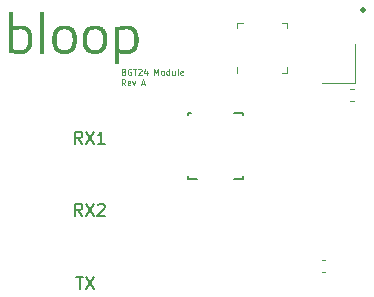
<source format=gbr>
G04 #@! TF.GenerationSoftware,KiCad,Pcbnew,(5.1.4)-1*
G04 #@! TF.CreationDate,2019-11-04T20:01:53-06:00*
G04 #@! TF.ProjectId,rf,72662e6b-6963-4616-945f-706362585858,A*
G04 #@! TF.SameCoordinates,PX811c3f0PY66a06fc*
G04 #@! TF.FileFunction,Legend,Top*
G04 #@! TF.FilePolarity,Positive*
%FSLAX46Y46*%
G04 Gerber Fmt 4.6, Leading zero omitted, Abs format (unit mm)*
G04 Created by KiCad (PCBNEW (5.1.4)-1) date 2019-11-04 20:01:53*
%MOMM*%
%LPD*%
G04 APERTURE LIST*
%ADD10C,0.500000*%
%ADD11C,0.150000*%
%ADD12C,0.076200*%
%ADD13C,0.120000*%
%ADD14C,0.010000*%
G04 APERTURE END LIST*
D10*
X30734000Y24205000D02*
G75*
G03X30734000Y24205000I0J0D01*
G01*
D11*
X6977142Y6786620D02*
X6643809Y7262810D01*
X6405714Y6786620D02*
X6405714Y7786620D01*
X6786666Y7786620D01*
X6881904Y7739000D01*
X6929523Y7691381D01*
X6977142Y7596143D01*
X6977142Y7453286D01*
X6929523Y7358048D01*
X6881904Y7310429D01*
X6786666Y7262810D01*
X6405714Y7262810D01*
X7310476Y7786620D02*
X7977142Y6786620D01*
X7977142Y7786620D02*
X7310476Y6786620D01*
X8310476Y7691381D02*
X8358095Y7739000D01*
X8453333Y7786620D01*
X8691428Y7786620D01*
X8786666Y7739000D01*
X8834285Y7691381D01*
X8881904Y7596143D01*
X8881904Y7500905D01*
X8834285Y7358048D01*
X8262857Y6786620D01*
X8881904Y6786620D01*
X6977142Y12882620D02*
X6643809Y13358810D01*
X6405714Y12882620D02*
X6405714Y13882620D01*
X6786666Y13882620D01*
X6881904Y13835000D01*
X6929523Y13787381D01*
X6977142Y13692143D01*
X6977142Y13549286D01*
X6929523Y13454048D01*
X6881904Y13406429D01*
X6786666Y13358810D01*
X6405714Y13358810D01*
X7310476Y13882620D02*
X7977142Y12882620D01*
X7977142Y13882620D02*
X7310476Y12882620D01*
X8881904Y12882620D02*
X8310476Y12882620D01*
X8596190Y12882620D02*
X8596190Y13882620D01*
X8500952Y13739762D01*
X8405714Y13644524D01*
X8310476Y13596905D01*
X6477095Y1563620D02*
X7048523Y1563620D01*
X6762809Y563620D02*
X6762809Y1563620D01*
X7286619Y1563620D02*
X7953285Y563620D01*
X7953285Y1563620D02*
X7286619Y563620D01*
D12*
X10620768Y17804191D02*
X10451434Y18046096D01*
X10330482Y17804191D02*
X10330482Y18312191D01*
X10524006Y18312191D01*
X10572387Y18288000D01*
X10596577Y18263810D01*
X10620768Y18215429D01*
X10620768Y18142858D01*
X10596577Y18094477D01*
X10572387Y18070286D01*
X10524006Y18046096D01*
X10330482Y18046096D01*
X11032006Y17828381D02*
X10983625Y17804191D01*
X10886863Y17804191D01*
X10838482Y17828381D01*
X10814291Y17876762D01*
X10814291Y18070286D01*
X10838482Y18118667D01*
X10886863Y18142858D01*
X10983625Y18142858D01*
X11032006Y18118667D01*
X11056196Y18070286D01*
X11056196Y18021905D01*
X10814291Y17973524D01*
X11225530Y18142858D02*
X11346482Y17804191D01*
X11467434Y18142858D01*
X12023815Y17949334D02*
X12265720Y17949334D01*
X11975434Y17804191D02*
X12144768Y18312191D01*
X12314101Y17804191D01*
X10499815Y18959286D02*
X10572387Y18935096D01*
X10596577Y18910905D01*
X10620768Y18862524D01*
X10620768Y18789953D01*
X10596577Y18741572D01*
X10572387Y18717381D01*
X10524006Y18693191D01*
X10330482Y18693191D01*
X10330482Y19201191D01*
X10499815Y19201191D01*
X10548196Y19177000D01*
X10572387Y19152810D01*
X10596577Y19104429D01*
X10596577Y19056048D01*
X10572387Y19007667D01*
X10548196Y18983477D01*
X10499815Y18959286D01*
X10330482Y18959286D01*
X11104577Y19177000D02*
X11056196Y19201191D01*
X10983625Y19201191D01*
X10911053Y19177000D01*
X10862672Y19128620D01*
X10838482Y19080239D01*
X10814291Y18983477D01*
X10814291Y18910905D01*
X10838482Y18814143D01*
X10862672Y18765762D01*
X10911053Y18717381D01*
X10983625Y18693191D01*
X11032006Y18693191D01*
X11104577Y18717381D01*
X11128768Y18741572D01*
X11128768Y18910905D01*
X11032006Y18910905D01*
X11273910Y19201191D02*
X11564196Y19201191D01*
X11419053Y18693191D02*
X11419053Y19201191D01*
X11709339Y19152810D02*
X11733530Y19177000D01*
X11781910Y19201191D01*
X11902863Y19201191D01*
X11951244Y19177000D01*
X11975434Y19152810D01*
X11999625Y19104429D01*
X11999625Y19056048D01*
X11975434Y18983477D01*
X11685149Y18693191D01*
X11999625Y18693191D01*
X12435053Y19031858D02*
X12435053Y18693191D01*
X12314101Y19225381D02*
X12193149Y18862524D01*
X12507625Y18862524D01*
X13088196Y18693191D02*
X13088196Y19201191D01*
X13257530Y18838334D01*
X13426863Y19201191D01*
X13426863Y18693191D01*
X13741339Y18693191D02*
X13692958Y18717381D01*
X13668768Y18741572D01*
X13644577Y18789953D01*
X13644577Y18935096D01*
X13668768Y18983477D01*
X13692958Y19007667D01*
X13741339Y19031858D01*
X13813910Y19031858D01*
X13862291Y19007667D01*
X13886482Y18983477D01*
X13910672Y18935096D01*
X13910672Y18789953D01*
X13886482Y18741572D01*
X13862291Y18717381D01*
X13813910Y18693191D01*
X13741339Y18693191D01*
X14346101Y18693191D02*
X14346101Y19201191D01*
X14346101Y18717381D02*
X14297720Y18693191D01*
X14200958Y18693191D01*
X14152577Y18717381D01*
X14128387Y18741572D01*
X14104196Y18789953D01*
X14104196Y18935096D01*
X14128387Y18983477D01*
X14152577Y19007667D01*
X14200958Y19031858D01*
X14297720Y19031858D01*
X14346101Y19007667D01*
X14805720Y19031858D02*
X14805720Y18693191D01*
X14588006Y19031858D02*
X14588006Y18765762D01*
X14612196Y18717381D01*
X14660577Y18693191D01*
X14733149Y18693191D01*
X14781530Y18717381D01*
X14805720Y18741572D01*
X15120196Y18693191D02*
X15071815Y18717381D01*
X15047625Y18765762D01*
X15047625Y19201191D01*
X15507244Y18717381D02*
X15458863Y18693191D01*
X15362101Y18693191D01*
X15313720Y18717381D01*
X15289530Y18765762D01*
X15289530Y18959286D01*
X15313720Y19007667D01*
X15362101Y19031858D01*
X15458863Y19031858D01*
X15507244Y19007667D01*
X15531434Y18959286D01*
X15531434Y18910905D01*
X15289530Y18862524D01*
D13*
X20115000Y19362900D02*
X20115000Y18887900D01*
X24335000Y23107900D02*
X23860000Y23107900D01*
X24335000Y22632900D02*
X24335000Y23107900D01*
X24335000Y18887900D02*
X23860000Y18887900D01*
X24335000Y19362900D02*
X24335000Y18887900D01*
X20115000Y23107900D02*
X20590000Y23107900D01*
X20115000Y22632900D02*
X20115000Y23107900D01*
D14*
G36*
X10704438Y22864195D02*
G01*
X10723555Y22864135D01*
X10740205Y22864005D01*
X10754846Y22863783D01*
X10767937Y22863448D01*
X10779938Y22862981D01*
X10791307Y22862360D01*
X10802505Y22861563D01*
X10813991Y22860571D01*
X10826223Y22859362D01*
X10839661Y22857915D01*
X10852573Y22856461D01*
X10911025Y22848361D01*
X10967366Y22837645D01*
X11021588Y22824320D01*
X11073682Y22808388D01*
X11123638Y22789855D01*
X11171448Y22768724D01*
X11217104Y22745002D01*
X11260595Y22718691D01*
X11301914Y22689797D01*
X11341050Y22658323D01*
X11377997Y22624276D01*
X11412744Y22587658D01*
X11437870Y22557870D01*
X11467938Y22517756D01*
X11496009Y22474958D01*
X11522046Y22429556D01*
X11546011Y22381629D01*
X11567867Y22331256D01*
X11587577Y22278516D01*
X11605104Y22223487D01*
X11618027Y22175894D01*
X11627380Y22136364D01*
X11635701Y22096253D01*
X11643049Y22055139D01*
X11649486Y22012600D01*
X11655073Y21968211D01*
X11659872Y21921552D01*
X11663943Y21872199D01*
X11665714Y21846540D01*
X11666343Y21834422D01*
X11666866Y21819368D01*
X11667285Y21801825D01*
X11667602Y21782241D01*
X11667818Y21761067D01*
X11667934Y21738748D01*
X11667951Y21715735D01*
X11667872Y21692475D01*
X11667697Y21669417D01*
X11667428Y21647008D01*
X11667066Y21625698D01*
X11666613Y21605934D01*
X11666070Y21588166D01*
X11665438Y21572840D01*
X11664832Y21562060D01*
X11660867Y21509283D01*
X11656130Y21459432D01*
X11650573Y21412126D01*
X11644148Y21366983D01*
X11636806Y21323620D01*
X11630655Y21291974D01*
X11616965Y21231616D01*
X11601230Y21173943D01*
X11583437Y21118929D01*
X11563568Y21066544D01*
X11541608Y21016764D01*
X11517542Y20969559D01*
X11491352Y20924902D01*
X11463025Y20882767D01*
X11432542Y20843125D01*
X11399890Y20805950D01*
X11365051Y20771215D01*
X11328011Y20738891D01*
X11295701Y20713959D01*
X11256702Y20687545D01*
X11215163Y20663325D01*
X11171145Y20641326D01*
X11124709Y20621572D01*
X11075915Y20604089D01*
X11024825Y20588904D01*
X10971500Y20576042D01*
X10966026Y20574880D01*
X10922124Y20566625D01*
X10876185Y20559852D01*
X10828139Y20554565D01*
X10777915Y20550766D01*
X10725442Y20548457D01*
X10670651Y20547642D01*
X10613469Y20548323D01*
X10553826Y20550503D01*
X10491652Y20554183D01*
X10426876Y20559367D01*
X10359426Y20566057D01*
X10289232Y20574256D01*
X10216224Y20583967D01*
X10140331Y20595191D01*
X10061526Y20607925D01*
X10051865Y20609539D01*
X10043390Y20610938D01*
X10036654Y20612031D01*
X10032208Y20612730D01*
X10030623Y20612947D01*
X10030536Y20611277D01*
X10030452Y20606358D01*
X10030369Y20598330D01*
X10030289Y20587331D01*
X10030212Y20573499D01*
X10030138Y20556973D01*
X10030068Y20537890D01*
X10030002Y20516391D01*
X10029940Y20492613D01*
X10029882Y20466694D01*
X10029829Y20438774D01*
X10029781Y20408990D01*
X10029738Y20377481D01*
X10029701Y20344386D01*
X10029670Y20309843D01*
X10029646Y20273991D01*
X10029628Y20236968D01*
X10029617Y20198912D01*
X10029613Y20159962D01*
X10029613Y19705320D01*
X9762064Y19705320D01*
X9762489Y21205972D01*
X9762626Y21692797D01*
X10029613Y21692797D01*
X10029613Y20852406D01*
X10072370Y20845179D01*
X10130824Y20835504D01*
X10186292Y20826753D01*
X10239036Y20818889D01*
X10289317Y20811879D01*
X10337397Y20805688D01*
X10383539Y20800280D01*
X10428004Y20795621D01*
X10471054Y20791676D01*
X10480886Y20790858D01*
X10492421Y20789938D01*
X10503603Y20789099D01*
X10514910Y20788312D01*
X10526820Y20787548D01*
X10539811Y20786779D01*
X10554361Y20785976D01*
X10570947Y20785112D01*
X10590047Y20784156D01*
X10607886Y20783287D01*
X10614835Y20783074D01*
X10624580Y20782949D01*
X10636624Y20782907D01*
X10650465Y20782939D01*
X10665605Y20783039D01*
X10681543Y20783201D01*
X10697780Y20783417D01*
X10713816Y20783679D01*
X10729151Y20783983D01*
X10743287Y20784319D01*
X10755722Y20784683D01*
X10765958Y20785065D01*
X10773495Y20785461D01*
X10775526Y20785611D01*
X10824961Y20790874D01*
X10871750Y20798177D01*
X10915985Y20807567D01*
X10957757Y20819090D01*
X10997156Y20832792D01*
X11034274Y20848718D01*
X11069202Y20866915D01*
X11102031Y20887429D01*
X11132853Y20910305D01*
X11161758Y20935589D01*
X11188838Y20963328D01*
X11214184Y20993568D01*
X11229860Y21014712D01*
X11252657Y21049656D01*
X11273680Y21087481D01*
X11292927Y21128178D01*
X11310397Y21171740D01*
X11326087Y21218160D01*
X11339994Y21267431D01*
X11352118Y21319547D01*
X11362456Y21374500D01*
X11371005Y21432283D01*
X11377764Y21492889D01*
X11379975Y21518034D01*
X11383497Y21569346D01*
X11385891Y21622420D01*
X11387162Y21676552D01*
X11387316Y21731038D01*
X11386358Y21785175D01*
X11384295Y21838259D01*
X11381131Y21889587D01*
X11376873Y21938454D01*
X11376575Y21941367D01*
X11369817Y21997528D01*
X11361370Y22051470D01*
X11351279Y22102951D01*
X11339589Y22151729D01*
X11335959Y22165142D01*
X11321167Y22213567D01*
X11304464Y22259203D01*
X11285828Y22302071D01*
X11265235Y22342195D01*
X11242660Y22379597D01*
X11218081Y22414300D01*
X11191474Y22446327D01*
X11162814Y22475701D01*
X11132080Y22502445D01*
X11099246Y22526580D01*
X11064290Y22548131D01*
X11027187Y22567119D01*
X10987914Y22583567D01*
X10946448Y22597499D01*
X10902765Y22608936D01*
X10867813Y22616020D01*
X10840389Y22620500D01*
X10813054Y22624079D01*
X10785158Y22626809D01*
X10756052Y22628738D01*
X10725087Y22629919D01*
X10691613Y22630400D01*
X10682393Y22630417D01*
X10663484Y22630355D01*
X10646593Y22630166D01*
X10631029Y22629817D01*
X10616102Y22629272D01*
X10601121Y22628496D01*
X10585396Y22627456D01*
X10568236Y22626116D01*
X10548950Y22624441D01*
X10531686Y22622853D01*
X10494184Y22619007D01*
X10454741Y22614338D01*
X10413836Y22608930D01*
X10371950Y22602866D01*
X10329562Y22596230D01*
X10287153Y22589106D01*
X10245201Y22581577D01*
X10204189Y22573726D01*
X10164594Y22565638D01*
X10126898Y22557396D01*
X10091580Y22549084D01*
X10059121Y22540785D01*
X10056126Y22539980D01*
X10047414Y22537637D01*
X10039921Y22535643D01*
X10034225Y22534152D01*
X10030905Y22533314D01*
X10030303Y22533187D01*
X10030259Y22531511D01*
X10030216Y22526550D01*
X10030174Y22518405D01*
X10030133Y22507179D01*
X10030092Y22492974D01*
X10030053Y22475891D01*
X10030015Y22456031D01*
X10029978Y22433498D01*
X10029942Y22408391D01*
X10029908Y22380814D01*
X10029875Y22350868D01*
X10029844Y22318655D01*
X10029814Y22284276D01*
X10029786Y22247834D01*
X10029760Y22209429D01*
X10029735Y22169164D01*
X10029713Y22127141D01*
X10029692Y22083461D01*
X10029674Y22038226D01*
X10029658Y21991538D01*
X10029644Y21943499D01*
X10029633Y21894210D01*
X10029624Y21843773D01*
X10029618Y21792290D01*
X10029614Y21739863D01*
X10029613Y21692797D01*
X9762626Y21692797D01*
X9762913Y22706623D01*
X9776460Y22710557D01*
X9835899Y22727363D01*
X9896345Y22743565D01*
X9957387Y22759074D01*
X10018618Y22773803D01*
X10079627Y22787665D01*
X10140006Y22800572D01*
X10199346Y22812436D01*
X10257239Y22823169D01*
X10313275Y22832684D01*
X10367046Y22840894D01*
X10414000Y22847198D01*
X10444214Y22850872D01*
X10471712Y22854001D01*
X10497115Y22856627D01*
X10521044Y22858787D01*
X10544118Y22860522D01*
X10566958Y22861870D01*
X10590184Y22862870D01*
X10614417Y22863563D01*
X10640278Y22863987D01*
X10668386Y22864182D01*
X10682393Y22864206D01*
X10704438Y22864195D01*
X10704438Y22864195D01*
G37*
X10704438Y22864195D02*
X10723555Y22864135D01*
X10740205Y22864005D01*
X10754846Y22863783D01*
X10767937Y22863448D01*
X10779938Y22862981D01*
X10791307Y22862360D01*
X10802505Y22861563D01*
X10813991Y22860571D01*
X10826223Y22859362D01*
X10839661Y22857915D01*
X10852573Y22856461D01*
X10911025Y22848361D01*
X10967366Y22837645D01*
X11021588Y22824320D01*
X11073682Y22808388D01*
X11123638Y22789855D01*
X11171448Y22768724D01*
X11217104Y22745002D01*
X11260595Y22718691D01*
X11301914Y22689797D01*
X11341050Y22658323D01*
X11377997Y22624276D01*
X11412744Y22587658D01*
X11437870Y22557870D01*
X11467938Y22517756D01*
X11496009Y22474958D01*
X11522046Y22429556D01*
X11546011Y22381629D01*
X11567867Y22331256D01*
X11587577Y22278516D01*
X11605104Y22223487D01*
X11618027Y22175894D01*
X11627380Y22136364D01*
X11635701Y22096253D01*
X11643049Y22055139D01*
X11649486Y22012600D01*
X11655073Y21968211D01*
X11659872Y21921552D01*
X11663943Y21872199D01*
X11665714Y21846540D01*
X11666343Y21834422D01*
X11666866Y21819368D01*
X11667285Y21801825D01*
X11667602Y21782241D01*
X11667818Y21761067D01*
X11667934Y21738748D01*
X11667951Y21715735D01*
X11667872Y21692475D01*
X11667697Y21669417D01*
X11667428Y21647008D01*
X11667066Y21625698D01*
X11666613Y21605934D01*
X11666070Y21588166D01*
X11665438Y21572840D01*
X11664832Y21562060D01*
X11660867Y21509283D01*
X11656130Y21459432D01*
X11650573Y21412126D01*
X11644148Y21366983D01*
X11636806Y21323620D01*
X11630655Y21291974D01*
X11616965Y21231616D01*
X11601230Y21173943D01*
X11583437Y21118929D01*
X11563568Y21066544D01*
X11541608Y21016764D01*
X11517542Y20969559D01*
X11491352Y20924902D01*
X11463025Y20882767D01*
X11432542Y20843125D01*
X11399890Y20805950D01*
X11365051Y20771215D01*
X11328011Y20738891D01*
X11295701Y20713959D01*
X11256702Y20687545D01*
X11215163Y20663325D01*
X11171145Y20641326D01*
X11124709Y20621572D01*
X11075915Y20604089D01*
X11024825Y20588904D01*
X10971500Y20576042D01*
X10966026Y20574880D01*
X10922124Y20566625D01*
X10876185Y20559852D01*
X10828139Y20554565D01*
X10777915Y20550766D01*
X10725442Y20548457D01*
X10670651Y20547642D01*
X10613469Y20548323D01*
X10553826Y20550503D01*
X10491652Y20554183D01*
X10426876Y20559367D01*
X10359426Y20566057D01*
X10289232Y20574256D01*
X10216224Y20583967D01*
X10140331Y20595191D01*
X10061526Y20607925D01*
X10051865Y20609539D01*
X10043390Y20610938D01*
X10036654Y20612031D01*
X10032208Y20612730D01*
X10030623Y20612947D01*
X10030536Y20611277D01*
X10030452Y20606358D01*
X10030369Y20598330D01*
X10030289Y20587331D01*
X10030212Y20573499D01*
X10030138Y20556973D01*
X10030068Y20537890D01*
X10030002Y20516391D01*
X10029940Y20492613D01*
X10029882Y20466694D01*
X10029829Y20438774D01*
X10029781Y20408990D01*
X10029738Y20377481D01*
X10029701Y20344386D01*
X10029670Y20309843D01*
X10029646Y20273991D01*
X10029628Y20236968D01*
X10029617Y20198912D01*
X10029613Y20159962D01*
X10029613Y19705320D01*
X9762064Y19705320D01*
X9762489Y21205972D01*
X9762626Y21692797D01*
X10029613Y21692797D01*
X10029613Y20852406D01*
X10072370Y20845179D01*
X10130824Y20835504D01*
X10186292Y20826753D01*
X10239036Y20818889D01*
X10289317Y20811879D01*
X10337397Y20805688D01*
X10383539Y20800280D01*
X10428004Y20795621D01*
X10471054Y20791676D01*
X10480886Y20790858D01*
X10492421Y20789938D01*
X10503603Y20789099D01*
X10514910Y20788312D01*
X10526820Y20787548D01*
X10539811Y20786779D01*
X10554361Y20785976D01*
X10570947Y20785112D01*
X10590047Y20784156D01*
X10607886Y20783287D01*
X10614835Y20783074D01*
X10624580Y20782949D01*
X10636624Y20782907D01*
X10650465Y20782939D01*
X10665605Y20783039D01*
X10681543Y20783201D01*
X10697780Y20783417D01*
X10713816Y20783679D01*
X10729151Y20783983D01*
X10743287Y20784319D01*
X10755722Y20784683D01*
X10765958Y20785065D01*
X10773495Y20785461D01*
X10775526Y20785611D01*
X10824961Y20790874D01*
X10871750Y20798177D01*
X10915985Y20807567D01*
X10957757Y20819090D01*
X10997156Y20832792D01*
X11034274Y20848718D01*
X11069202Y20866915D01*
X11102031Y20887429D01*
X11132853Y20910305D01*
X11161758Y20935589D01*
X11188838Y20963328D01*
X11214184Y20993568D01*
X11229860Y21014712D01*
X11252657Y21049656D01*
X11273680Y21087481D01*
X11292927Y21128178D01*
X11310397Y21171740D01*
X11326087Y21218160D01*
X11339994Y21267431D01*
X11352118Y21319547D01*
X11362456Y21374500D01*
X11371005Y21432283D01*
X11377764Y21492889D01*
X11379975Y21518034D01*
X11383497Y21569346D01*
X11385891Y21622420D01*
X11387162Y21676552D01*
X11387316Y21731038D01*
X11386358Y21785175D01*
X11384295Y21838259D01*
X11381131Y21889587D01*
X11376873Y21938454D01*
X11376575Y21941367D01*
X11369817Y21997528D01*
X11361370Y22051470D01*
X11351279Y22102951D01*
X11339589Y22151729D01*
X11335959Y22165142D01*
X11321167Y22213567D01*
X11304464Y22259203D01*
X11285828Y22302071D01*
X11265235Y22342195D01*
X11242660Y22379597D01*
X11218081Y22414300D01*
X11191474Y22446327D01*
X11162814Y22475701D01*
X11132080Y22502445D01*
X11099246Y22526580D01*
X11064290Y22548131D01*
X11027187Y22567119D01*
X10987914Y22583567D01*
X10946448Y22597499D01*
X10902765Y22608936D01*
X10867813Y22616020D01*
X10840389Y22620500D01*
X10813054Y22624079D01*
X10785158Y22626809D01*
X10756052Y22628738D01*
X10725087Y22629919D01*
X10691613Y22630400D01*
X10682393Y22630417D01*
X10663484Y22630355D01*
X10646593Y22630166D01*
X10631029Y22629817D01*
X10616102Y22629272D01*
X10601121Y22628496D01*
X10585396Y22627456D01*
X10568236Y22626116D01*
X10548950Y22624441D01*
X10531686Y22622853D01*
X10494184Y22619007D01*
X10454741Y22614338D01*
X10413836Y22608930D01*
X10371950Y22602866D01*
X10329562Y22596230D01*
X10287153Y22589106D01*
X10245201Y22581577D01*
X10204189Y22573726D01*
X10164594Y22565638D01*
X10126898Y22557396D01*
X10091580Y22549084D01*
X10059121Y22540785D01*
X10056126Y22539980D01*
X10047414Y22537637D01*
X10039921Y22535643D01*
X10034225Y22534152D01*
X10030905Y22533314D01*
X10030303Y22533187D01*
X10030259Y22531511D01*
X10030216Y22526550D01*
X10030174Y22518405D01*
X10030133Y22507179D01*
X10030092Y22492974D01*
X10030053Y22475891D01*
X10030015Y22456031D01*
X10029978Y22433498D01*
X10029942Y22408391D01*
X10029908Y22380814D01*
X10029875Y22350868D01*
X10029844Y22318655D01*
X10029814Y22284276D01*
X10029786Y22247834D01*
X10029760Y22209429D01*
X10029735Y22169164D01*
X10029713Y22127141D01*
X10029692Y22083461D01*
X10029674Y22038226D01*
X10029658Y21991538D01*
X10029644Y21943499D01*
X10029633Y21894210D01*
X10029624Y21843773D01*
X10029618Y21792290D01*
X10029614Y21739863D01*
X10029613Y21692797D01*
X9762626Y21692797D01*
X9762913Y22706623D01*
X9776460Y22710557D01*
X9835899Y22727363D01*
X9896345Y22743565D01*
X9957387Y22759074D01*
X10018618Y22773803D01*
X10079627Y22787665D01*
X10140006Y22800572D01*
X10199346Y22812436D01*
X10257239Y22823169D01*
X10313275Y22832684D01*
X10367046Y22840894D01*
X10414000Y22847198D01*
X10444214Y22850872D01*
X10471712Y22854001D01*
X10497115Y22856627D01*
X10521044Y22858787D01*
X10544118Y22860522D01*
X10566958Y22861870D01*
X10590184Y22862870D01*
X10614417Y22863563D01*
X10640278Y22863987D01*
X10668386Y22864182D01*
X10682393Y22864206D01*
X10704438Y22864195D01*
G36*
X1044786Y22772325D02*
G01*
X1067223Y22777970D01*
X1152878Y22798257D01*
X1238046Y22815861D01*
X1323331Y22830879D01*
X1409342Y22843407D01*
X1496682Y22853544D01*
X1585959Y22861385D01*
X1591733Y22861809D01*
X1601927Y22862408D01*
X1614909Y22862948D01*
X1630194Y22863425D01*
X1647293Y22863834D01*
X1665719Y22864173D01*
X1684986Y22864436D01*
X1704605Y22864621D01*
X1724090Y22864722D01*
X1742953Y22864737D01*
X1760707Y22864662D01*
X1776865Y22864492D01*
X1790940Y22864223D01*
X1802444Y22863852D01*
X1808480Y22863544D01*
X1858377Y22859584D01*
X1905710Y22854087D01*
X1950974Y22846961D01*
X1994667Y22838114D01*
X2037288Y22827454D01*
X2079332Y22814890D01*
X2088726Y22811803D01*
X2138305Y22793577D01*
X2185750Y22772725D01*
X2231055Y22749250D01*
X2274216Y22723158D01*
X2315227Y22694451D01*
X2354082Y22663134D01*
X2390776Y22629212D01*
X2425303Y22592688D01*
X2457658Y22553567D01*
X2487835Y22511852D01*
X2491695Y22506094D01*
X2502655Y22489378D01*
X2512108Y22474428D01*
X2520594Y22460314D01*
X2528654Y22446104D01*
X2536828Y22430869D01*
X2545658Y22413677D01*
X2547300Y22410420D01*
X2569956Y22362143D01*
X2590526Y22311533D01*
X2609021Y22258542D01*
X2625452Y22203121D01*
X2639833Y22145221D01*
X2652173Y22084793D01*
X2662485Y22021788D01*
X2670782Y21956157D01*
X2677074Y21887851D01*
X2678848Y21862627D01*
X2680286Y21836376D01*
X2681399Y21807418D01*
X2682190Y21776416D01*
X2682657Y21744033D01*
X2682800Y21710934D01*
X2682621Y21677781D01*
X2682118Y21645239D01*
X2681292Y21613971D01*
X2680143Y21584641D01*
X2678814Y21560144D01*
X2673251Y21489325D01*
X2665645Y21421194D01*
X2655988Y21355735D01*
X2644274Y21292930D01*
X2630494Y21232762D01*
X2614641Y21175214D01*
X2596709Y21120268D01*
X2576691Y21067908D01*
X2554578Y21018117D01*
X2530365Y20970876D01*
X2504043Y20926169D01*
X2475605Y20883978D01*
X2445045Y20844286D01*
X2412354Y20807076D01*
X2377527Y20772332D01*
X2340555Y20740034D01*
X2334092Y20734814D01*
X2305948Y20713357D01*
X2277479Y20693764D01*
X2247818Y20675489D01*
X2216102Y20657983D01*
X2197918Y20648708D01*
X2155620Y20629054D01*
X2112031Y20611537D01*
X2066947Y20596107D01*
X2020159Y20582716D01*
X1971463Y20571314D01*
X1920652Y20561851D01*
X1867519Y20554279D01*
X1811859Y20548547D01*
X1765535Y20545264D01*
X1758060Y20544943D01*
X1747739Y20544659D01*
X1735068Y20544414D01*
X1720545Y20544210D01*
X1704666Y20544049D01*
X1687929Y20543932D01*
X1670830Y20543861D01*
X1653866Y20543837D01*
X1637535Y20543863D01*
X1622333Y20543939D01*
X1608757Y20544069D01*
X1597305Y20544253D01*
X1588472Y20544492D01*
X1584960Y20544646D01*
X1549118Y20546752D01*
X1513636Y20549220D01*
X1478292Y20552087D01*
X1442864Y20555385D01*
X1407130Y20559149D01*
X1370867Y20563413D01*
X1333854Y20568211D01*
X1295869Y20573578D01*
X1256689Y20579548D01*
X1216093Y20586155D01*
X1173858Y20593432D01*
X1129764Y20601415D01*
X1083586Y20610137D01*
X1035104Y20619633D01*
X984096Y20629936D01*
X930339Y20641082D01*
X873612Y20653104D01*
X855980Y20656886D01*
X840821Y20660149D01*
X826590Y20663215D01*
X813649Y20666006D01*
X802362Y20668444D01*
X793092Y20670450D01*
X786200Y20671946D01*
X782049Y20672854D01*
X781050Y20673078D01*
X777240Y20673972D01*
X777240Y22532903D01*
X1044786Y22532903D01*
X1044786Y20852218D01*
X1065530Y20848565D01*
X1073704Y20847121D01*
X1084317Y20845243D01*
X1096471Y20843088D01*
X1109272Y20840815D01*
X1121822Y20838583D01*
X1123526Y20838280D01*
X1167321Y20830738D01*
X1212213Y20823492D01*
X1257459Y20816647D01*
X1302314Y20810309D01*
X1346032Y20804583D01*
X1387871Y20799577D01*
X1421553Y20795949D01*
X1440115Y20794103D01*
X1457420Y20792473D01*
X1474022Y20791017D01*
X1490476Y20789698D01*
X1507339Y20788475D01*
X1525165Y20787308D01*
X1544511Y20786159D01*
X1565931Y20784987D01*
X1589981Y20783754D01*
X1599353Y20783288D01*
X1607870Y20783011D01*
X1619224Y20782853D01*
X1632890Y20782807D01*
X1648346Y20782864D01*
X1665068Y20783014D01*
X1682533Y20783248D01*
X1700219Y20783558D01*
X1717601Y20783934D01*
X1734157Y20784367D01*
X1749363Y20784849D01*
X1762697Y20785369D01*
X1773634Y20785920D01*
X1780955Y20786430D01*
X1825575Y20791024D01*
X1867363Y20796957D01*
X1906626Y20804306D01*
X1943675Y20813149D01*
X1978820Y20823563D01*
X2012370Y20835624D01*
X2044634Y20849410D01*
X2056553Y20855083D01*
X2091257Y20873750D01*
X2124031Y20894847D01*
X2154893Y20918406D01*
X2183857Y20944457D01*
X2210939Y20973034D01*
X2236155Y21004166D01*
X2259521Y21037887D01*
X2281052Y21074227D01*
X2300764Y21113219D01*
X2318672Y21154893D01*
X2334793Y21199282D01*
X2349141Y21246418D01*
X2361733Y21296331D01*
X2372585Y21349054D01*
X2381712Y21404618D01*
X2389129Y21463055D01*
X2394853Y21524396D01*
X2396011Y21540047D01*
X2397514Y21564670D01*
X2398776Y21591985D01*
X2399790Y21621307D01*
X2400547Y21651949D01*
X2401038Y21683226D01*
X2401256Y21714451D01*
X2401192Y21744939D01*
X2400838Y21774003D01*
X2400185Y21800958D01*
X2399415Y21821140D01*
X2395672Y21883420D01*
X2390279Y21942859D01*
X2383210Y21999589D01*
X2374440Y22053741D01*
X2363946Y22105445D01*
X2351704Y22154831D01*
X2337687Y22202030D01*
X2321873Y22247172D01*
X2317688Y22258020D01*
X2309242Y22278123D01*
X2299201Y22299712D01*
X2287995Y22321985D01*
X2276057Y22344140D01*
X2263816Y22365374D01*
X2251704Y22384885D01*
X2241231Y22400362D01*
X2218291Y22430203D01*
X2193018Y22458664D01*
X2165919Y22485251D01*
X2137500Y22509467D01*
X2108267Y22530818D01*
X2107526Y22531313D01*
X2073019Y22552417D01*
X2036549Y22570981D01*
X1998050Y22587025D01*
X1957454Y22600572D01*
X1914697Y22611642D01*
X1869710Y22620256D01*
X1822429Y22626436D01*
X1805940Y22627976D01*
X1775774Y22629912D01*
X1742720Y22630903D01*
X1707137Y22630970D01*
X1669383Y22630134D01*
X1629816Y22628416D01*
X1588795Y22625834D01*
X1546679Y22622410D01*
X1503826Y22618164D01*
X1460595Y22613116D01*
X1417343Y22607286D01*
X1402601Y22605116D01*
X1357770Y22597991D01*
X1310483Y22589763D01*
X1261435Y22580571D01*
X1211323Y22570553D01*
X1160840Y22559846D01*
X1110683Y22548588D01*
X1073996Y22539939D01*
X1044786Y22532903D01*
X777240Y22532903D01*
X777240Y24003000D01*
X1044786Y24003000D01*
X1044786Y22772325D01*
X1044786Y22772325D01*
G37*
X1044786Y22772325D02*
X1067223Y22777970D01*
X1152878Y22798257D01*
X1238046Y22815861D01*
X1323331Y22830879D01*
X1409342Y22843407D01*
X1496682Y22853544D01*
X1585959Y22861385D01*
X1591733Y22861809D01*
X1601927Y22862408D01*
X1614909Y22862948D01*
X1630194Y22863425D01*
X1647293Y22863834D01*
X1665719Y22864173D01*
X1684986Y22864436D01*
X1704605Y22864621D01*
X1724090Y22864722D01*
X1742953Y22864737D01*
X1760707Y22864662D01*
X1776865Y22864492D01*
X1790940Y22864223D01*
X1802444Y22863852D01*
X1808480Y22863544D01*
X1858377Y22859584D01*
X1905710Y22854087D01*
X1950974Y22846961D01*
X1994667Y22838114D01*
X2037288Y22827454D01*
X2079332Y22814890D01*
X2088726Y22811803D01*
X2138305Y22793577D01*
X2185750Y22772725D01*
X2231055Y22749250D01*
X2274216Y22723158D01*
X2315227Y22694451D01*
X2354082Y22663134D01*
X2390776Y22629212D01*
X2425303Y22592688D01*
X2457658Y22553567D01*
X2487835Y22511852D01*
X2491695Y22506094D01*
X2502655Y22489378D01*
X2512108Y22474428D01*
X2520594Y22460314D01*
X2528654Y22446104D01*
X2536828Y22430869D01*
X2545658Y22413677D01*
X2547300Y22410420D01*
X2569956Y22362143D01*
X2590526Y22311533D01*
X2609021Y22258542D01*
X2625452Y22203121D01*
X2639833Y22145221D01*
X2652173Y22084793D01*
X2662485Y22021788D01*
X2670782Y21956157D01*
X2677074Y21887851D01*
X2678848Y21862627D01*
X2680286Y21836376D01*
X2681399Y21807418D01*
X2682190Y21776416D01*
X2682657Y21744033D01*
X2682800Y21710934D01*
X2682621Y21677781D01*
X2682118Y21645239D01*
X2681292Y21613971D01*
X2680143Y21584641D01*
X2678814Y21560144D01*
X2673251Y21489325D01*
X2665645Y21421194D01*
X2655988Y21355735D01*
X2644274Y21292930D01*
X2630494Y21232762D01*
X2614641Y21175214D01*
X2596709Y21120268D01*
X2576691Y21067908D01*
X2554578Y21018117D01*
X2530365Y20970876D01*
X2504043Y20926169D01*
X2475605Y20883978D01*
X2445045Y20844286D01*
X2412354Y20807076D01*
X2377527Y20772332D01*
X2340555Y20740034D01*
X2334092Y20734814D01*
X2305948Y20713357D01*
X2277479Y20693764D01*
X2247818Y20675489D01*
X2216102Y20657983D01*
X2197918Y20648708D01*
X2155620Y20629054D01*
X2112031Y20611537D01*
X2066947Y20596107D01*
X2020159Y20582716D01*
X1971463Y20571314D01*
X1920652Y20561851D01*
X1867519Y20554279D01*
X1811859Y20548547D01*
X1765535Y20545264D01*
X1758060Y20544943D01*
X1747739Y20544659D01*
X1735068Y20544414D01*
X1720545Y20544210D01*
X1704666Y20544049D01*
X1687929Y20543932D01*
X1670830Y20543861D01*
X1653866Y20543837D01*
X1637535Y20543863D01*
X1622333Y20543939D01*
X1608757Y20544069D01*
X1597305Y20544253D01*
X1588472Y20544492D01*
X1584960Y20544646D01*
X1549118Y20546752D01*
X1513636Y20549220D01*
X1478292Y20552087D01*
X1442864Y20555385D01*
X1407130Y20559149D01*
X1370867Y20563413D01*
X1333854Y20568211D01*
X1295869Y20573578D01*
X1256689Y20579548D01*
X1216093Y20586155D01*
X1173858Y20593432D01*
X1129764Y20601415D01*
X1083586Y20610137D01*
X1035104Y20619633D01*
X984096Y20629936D01*
X930339Y20641082D01*
X873612Y20653104D01*
X855980Y20656886D01*
X840821Y20660149D01*
X826590Y20663215D01*
X813649Y20666006D01*
X802362Y20668444D01*
X793092Y20670450D01*
X786200Y20671946D01*
X782049Y20672854D01*
X781050Y20673078D01*
X777240Y20673972D01*
X777240Y22532903D01*
X1044786Y22532903D01*
X1044786Y20852218D01*
X1065530Y20848565D01*
X1073704Y20847121D01*
X1084317Y20845243D01*
X1096471Y20843088D01*
X1109272Y20840815D01*
X1121822Y20838583D01*
X1123526Y20838280D01*
X1167321Y20830738D01*
X1212213Y20823492D01*
X1257459Y20816647D01*
X1302314Y20810309D01*
X1346032Y20804583D01*
X1387871Y20799577D01*
X1421553Y20795949D01*
X1440115Y20794103D01*
X1457420Y20792473D01*
X1474022Y20791017D01*
X1490476Y20789698D01*
X1507339Y20788475D01*
X1525165Y20787308D01*
X1544511Y20786159D01*
X1565931Y20784987D01*
X1589981Y20783754D01*
X1599353Y20783288D01*
X1607870Y20783011D01*
X1619224Y20782853D01*
X1632890Y20782807D01*
X1648346Y20782864D01*
X1665068Y20783014D01*
X1682533Y20783248D01*
X1700219Y20783558D01*
X1717601Y20783934D01*
X1734157Y20784367D01*
X1749363Y20784849D01*
X1762697Y20785369D01*
X1773634Y20785920D01*
X1780955Y20786430D01*
X1825575Y20791024D01*
X1867363Y20796957D01*
X1906626Y20804306D01*
X1943675Y20813149D01*
X1978820Y20823563D01*
X2012370Y20835624D01*
X2044634Y20849410D01*
X2056553Y20855083D01*
X2091257Y20873750D01*
X2124031Y20894847D01*
X2154893Y20918406D01*
X2183857Y20944457D01*
X2210939Y20973034D01*
X2236155Y21004166D01*
X2259521Y21037887D01*
X2281052Y21074227D01*
X2300764Y21113219D01*
X2318672Y21154893D01*
X2334793Y21199282D01*
X2349141Y21246418D01*
X2361733Y21296331D01*
X2372585Y21349054D01*
X2381712Y21404618D01*
X2389129Y21463055D01*
X2394853Y21524396D01*
X2396011Y21540047D01*
X2397514Y21564670D01*
X2398776Y21591985D01*
X2399790Y21621307D01*
X2400547Y21651949D01*
X2401038Y21683226D01*
X2401256Y21714451D01*
X2401192Y21744939D01*
X2400838Y21774003D01*
X2400185Y21800958D01*
X2399415Y21821140D01*
X2395672Y21883420D01*
X2390279Y21942859D01*
X2383210Y21999589D01*
X2374440Y22053741D01*
X2363946Y22105445D01*
X2351704Y22154831D01*
X2337687Y22202030D01*
X2321873Y22247172D01*
X2317688Y22258020D01*
X2309242Y22278123D01*
X2299201Y22299712D01*
X2287995Y22321985D01*
X2276057Y22344140D01*
X2263816Y22365374D01*
X2251704Y22384885D01*
X2241231Y22400362D01*
X2218291Y22430203D01*
X2193018Y22458664D01*
X2165919Y22485251D01*
X2137500Y22509467D01*
X2108267Y22530818D01*
X2107526Y22531313D01*
X2073019Y22552417D01*
X2036549Y22570981D01*
X1998050Y22587025D01*
X1957454Y22600572D01*
X1914697Y22611642D01*
X1869710Y22620256D01*
X1822429Y22626436D01*
X1805940Y22627976D01*
X1775774Y22629912D01*
X1742720Y22630903D01*
X1707137Y22630970D01*
X1669383Y22630134D01*
X1629816Y22628416D01*
X1588795Y22625834D01*
X1546679Y22622410D01*
X1503826Y22618164D01*
X1460595Y22613116D01*
X1417343Y22607286D01*
X1402601Y22605116D01*
X1357770Y22597991D01*
X1310483Y22589763D01*
X1261435Y22580571D01*
X1211323Y22570553D01*
X1160840Y22559846D01*
X1110683Y22548588D01*
X1073996Y22539939D01*
X1044786Y22532903D01*
X777240Y22532903D01*
X777240Y24003000D01*
X1044786Y24003000D01*
X1044786Y22772325D01*
G36*
X5465005Y22864597D02*
G01*
X5488700Y22864264D01*
X5509595Y22863835D01*
X5528280Y22863276D01*
X5545341Y22862552D01*
X5561364Y22861630D01*
X5576939Y22860473D01*
X5592652Y22859047D01*
X5609090Y22857318D01*
X5626841Y22855251D01*
X5630244Y22854838D01*
X5689270Y22846241D01*
X5746010Y22835148D01*
X5800474Y22821554D01*
X5852670Y22805454D01*
X5902609Y22786842D01*
X5950299Y22765713D01*
X5995749Y22742062D01*
X6038969Y22715884D01*
X6079968Y22687173D01*
X6118754Y22655925D01*
X6155338Y22622134D01*
X6189728Y22585794D01*
X6221934Y22546901D01*
X6251964Y22505450D01*
X6256076Y22499320D01*
X6283369Y22455401D01*
X6308517Y22409020D01*
X6331525Y22360159D01*
X6352395Y22308805D01*
X6371131Y22254941D01*
X6387738Y22198550D01*
X6402219Y22139618D01*
X6414578Y22078128D01*
X6424818Y22014065D01*
X6432944Y21947412D01*
X6438958Y21878155D01*
X6442866Y21806276D01*
X6444670Y21731761D01*
X6444805Y21704300D01*
X6443739Y21628588D01*
X6440544Y21555504D01*
X6435216Y21485041D01*
X6427753Y21417193D01*
X6418151Y21351953D01*
X6406408Y21289313D01*
X6392521Y21229267D01*
X6376486Y21171807D01*
X6358301Y21116927D01*
X6337963Y21064619D01*
X6315469Y21014877D01*
X6290816Y20967694D01*
X6264001Y20923061D01*
X6235021Y20880974D01*
X6203873Y20841423D01*
X6170555Y20804403D01*
X6135062Y20769907D01*
X6097393Y20737926D01*
X6057545Y20708455D01*
X6016413Y20682024D01*
X5972657Y20657752D01*
X5926532Y20635862D01*
X5878087Y20616365D01*
X5827372Y20599269D01*
X5774435Y20584586D01*
X5719324Y20572326D01*
X5662089Y20562498D01*
X5602779Y20555113D01*
X5541442Y20550182D01*
X5478127Y20547713D01*
X5412884Y20547719D01*
X5376333Y20548774D01*
X5313454Y20552488D01*
X5252705Y20558664D01*
X5194113Y20567291D01*
X5137707Y20578363D01*
X5083515Y20591869D01*
X5031566Y20607801D01*
X4981889Y20626149D01*
X4934511Y20646906D01*
X4889462Y20670063D01*
X4846769Y20695609D01*
X4806461Y20723537D01*
X4800662Y20727901D01*
X4767204Y20755069D01*
X4734498Y20785005D01*
X4703156Y20817093D01*
X4673791Y20850718D01*
X4655441Y20873913D01*
X4626734Y20914448D01*
X4600037Y20957679D01*
X4575363Y21003564D01*
X4552726Y21052064D01*
X4532139Y21103140D01*
X4513614Y21156750D01*
X4497164Y21212856D01*
X4482802Y21271417D01*
X4470542Y21332394D01*
X4460396Y21395745D01*
X4452377Y21461433D01*
X4447644Y21513800D01*
X4446020Y21535668D01*
X4444670Y21555877D01*
X4443570Y21575056D01*
X4442699Y21593833D01*
X4442035Y21612838D01*
X4441557Y21632700D01*
X4441241Y21654047D01*
X4441067Y21677508D01*
X4441013Y21703712D01*
X4441013Y21704300D01*
X4441062Y21715575D01*
X4722760Y21715575D01*
X4722760Y21694037D01*
X4722838Y21672750D01*
X4722993Y21652231D01*
X4723226Y21632997D01*
X4723537Y21615563D01*
X4723925Y21600448D01*
X4724390Y21588167D01*
X4724424Y21587460D01*
X4728142Y21526896D01*
X4733272Y21469310D01*
X4739838Y21414593D01*
X4747862Y21362634D01*
X4757368Y21313324D01*
X4768380Y21266552D01*
X4780920Y21222208D01*
X4795012Y21180182D01*
X4810680Y21140364D01*
X4826860Y21104860D01*
X4847405Y21065995D01*
X4869833Y21029766D01*
X4894193Y20996143D01*
X4920531Y20965099D01*
X4948897Y20936603D01*
X4979337Y20910626D01*
X5011899Y20887140D01*
X5046632Y20866115D01*
X5083583Y20847521D01*
X5122800Y20831331D01*
X5164330Y20817514D01*
X5208222Y20806042D01*
X5254522Y20796886D01*
X5303280Y20790015D01*
X5350086Y20785707D01*
X5375772Y20784211D01*
X5403304Y20783171D01*
X5431689Y20782597D01*
X5459939Y20782498D01*
X5487062Y20782885D01*
X5512069Y20783766D01*
X5517726Y20784057D01*
X5567006Y20787759D01*
X5613586Y20793324D01*
X5657625Y20800799D01*
X5699281Y20810231D01*
X5738712Y20821666D01*
X5776078Y20835151D01*
X5811536Y20850734D01*
X5845246Y20868461D01*
X5877365Y20888379D01*
X5882640Y20891959D01*
X5910393Y20912770D01*
X5937468Y20936467D01*
X5963378Y20962553D01*
X5987638Y20990533D01*
X6009763Y21019912D01*
X6014035Y21026128D01*
X6035938Y21061100D01*
X6056066Y21098605D01*
X6074430Y21138688D01*
X6091043Y21181391D01*
X6105917Y21226760D01*
X6119064Y21274836D01*
X6130497Y21325664D01*
X6140228Y21379287D01*
X6148270Y21435749D01*
X6154633Y21495094D01*
X6157797Y21534120D01*
X6160492Y21579506D01*
X6162274Y21626959D01*
X6163155Y21675777D01*
X6163144Y21725258D01*
X6162252Y21774698D01*
X6160489Y21823397D01*
X6157866Y21870651D01*
X6154392Y21915758D01*
X6151829Y21942214D01*
X6144617Y22000758D01*
X6135587Y22056687D01*
X6124751Y22109954D01*
X6112121Y22160514D01*
X6097709Y22208320D01*
X6081526Y22253326D01*
X6063584Y22295486D01*
X6058786Y22305657D01*
X6038193Y22345126D01*
X6015702Y22381895D01*
X5991267Y22415997D01*
X5964843Y22447463D01*
X5936383Y22476324D01*
X5905841Y22502611D01*
X5873171Y22526356D01*
X5838327Y22547589D01*
X5801264Y22566342D01*
X5761934Y22582646D01*
X5720292Y22596533D01*
X5676292Y22608034D01*
X5629888Y22617179D01*
X5591386Y22622773D01*
X5574524Y22624774D01*
X5558936Y22626410D01*
X5543995Y22627712D01*
X5529078Y22628715D01*
X5513559Y22629450D01*
X5496814Y22629952D01*
X5478218Y22630251D01*
X5457145Y22630383D01*
X5446606Y22630396D01*
X5424475Y22630331D01*
X5405078Y22630117D01*
X5387768Y22629722D01*
X5371893Y22629114D01*
X5356806Y22628261D01*
X5341856Y22627133D01*
X5326394Y22625698D01*
X5309770Y22623923D01*
X5307119Y22623624D01*
X5258372Y22616818D01*
X5212102Y22607738D01*
X5168247Y22596355D01*
X5126746Y22582637D01*
X5087540Y22566555D01*
X5050566Y22548078D01*
X5015764Y22527176D01*
X4983072Y22503819D01*
X4952431Y22477975D01*
X4923779Y22449615D01*
X4897723Y22419542D01*
X4892105Y22412277D01*
X4885381Y22403156D01*
X4878271Y22393176D01*
X4871492Y22383334D01*
X4869221Y22379940D01*
X4847771Y22345115D01*
X4828060Y22307922D01*
X4810073Y22268301D01*
X4793794Y22226192D01*
X4779207Y22181537D01*
X4766298Y22134274D01*
X4755050Y22084346D01*
X4745449Y22031691D01*
X4737478Y21976251D01*
X4731123Y21917966D01*
X4726367Y21856777D01*
X4724393Y21821140D01*
X4723926Y21808946D01*
X4723537Y21793903D01*
X4723226Y21776528D01*
X4722993Y21757337D01*
X4722837Y21736847D01*
X4722760Y21715575D01*
X4441062Y21715575D01*
X4441177Y21741551D01*
X4441690Y21776059D01*
X4442584Y21808454D01*
X4443892Y21839365D01*
X4445645Y21869421D01*
X4447876Y21899252D01*
X4450618Y21929487D01*
X4453901Y21960754D01*
X4454306Y21964369D01*
X4463065Y22031100D01*
X4473995Y22095234D01*
X4487099Y22156774D01*
X4502378Y22215722D01*
X4519834Y22272081D01*
X4539468Y22325855D01*
X4561283Y22377045D01*
X4585279Y22425655D01*
X4611459Y22471687D01*
X4639823Y22515144D01*
X4670374Y22556029D01*
X4703114Y22594345D01*
X4738043Y22630094D01*
X4775164Y22663280D01*
X4814479Y22693904D01*
X4855987Y22721970D01*
X4899693Y22747481D01*
X4922097Y22759142D01*
X4964791Y22779134D01*
X5008543Y22796848D01*
X5053687Y22812384D01*
X5100559Y22825843D01*
X5149495Y22837326D01*
X5200829Y22846933D01*
X5229986Y22851421D01*
X5256054Y22854945D01*
X5281055Y22857875D01*
X5305562Y22860244D01*
X5330149Y22862084D01*
X5355390Y22863428D01*
X5381858Y22864306D01*
X5410129Y22864752D01*
X5440775Y22864798D01*
X5465005Y22864597D01*
X5465005Y22864597D01*
G37*
X5465005Y22864597D02*
X5488700Y22864264D01*
X5509595Y22863835D01*
X5528280Y22863276D01*
X5545341Y22862552D01*
X5561364Y22861630D01*
X5576939Y22860473D01*
X5592652Y22859047D01*
X5609090Y22857318D01*
X5626841Y22855251D01*
X5630244Y22854838D01*
X5689270Y22846241D01*
X5746010Y22835148D01*
X5800474Y22821554D01*
X5852670Y22805454D01*
X5902609Y22786842D01*
X5950299Y22765713D01*
X5995749Y22742062D01*
X6038969Y22715884D01*
X6079968Y22687173D01*
X6118754Y22655925D01*
X6155338Y22622134D01*
X6189728Y22585794D01*
X6221934Y22546901D01*
X6251964Y22505450D01*
X6256076Y22499320D01*
X6283369Y22455401D01*
X6308517Y22409020D01*
X6331525Y22360159D01*
X6352395Y22308805D01*
X6371131Y22254941D01*
X6387738Y22198550D01*
X6402219Y22139618D01*
X6414578Y22078128D01*
X6424818Y22014065D01*
X6432944Y21947412D01*
X6438958Y21878155D01*
X6442866Y21806276D01*
X6444670Y21731761D01*
X6444805Y21704300D01*
X6443739Y21628588D01*
X6440544Y21555504D01*
X6435216Y21485041D01*
X6427753Y21417193D01*
X6418151Y21351953D01*
X6406408Y21289313D01*
X6392521Y21229267D01*
X6376486Y21171807D01*
X6358301Y21116927D01*
X6337963Y21064619D01*
X6315469Y21014877D01*
X6290816Y20967694D01*
X6264001Y20923061D01*
X6235021Y20880974D01*
X6203873Y20841423D01*
X6170555Y20804403D01*
X6135062Y20769907D01*
X6097393Y20737926D01*
X6057545Y20708455D01*
X6016413Y20682024D01*
X5972657Y20657752D01*
X5926532Y20635862D01*
X5878087Y20616365D01*
X5827372Y20599269D01*
X5774435Y20584586D01*
X5719324Y20572326D01*
X5662089Y20562498D01*
X5602779Y20555113D01*
X5541442Y20550182D01*
X5478127Y20547713D01*
X5412884Y20547719D01*
X5376333Y20548774D01*
X5313454Y20552488D01*
X5252705Y20558664D01*
X5194113Y20567291D01*
X5137707Y20578363D01*
X5083515Y20591869D01*
X5031566Y20607801D01*
X4981889Y20626149D01*
X4934511Y20646906D01*
X4889462Y20670063D01*
X4846769Y20695609D01*
X4806461Y20723537D01*
X4800662Y20727901D01*
X4767204Y20755069D01*
X4734498Y20785005D01*
X4703156Y20817093D01*
X4673791Y20850718D01*
X4655441Y20873913D01*
X4626734Y20914448D01*
X4600037Y20957679D01*
X4575363Y21003564D01*
X4552726Y21052064D01*
X4532139Y21103140D01*
X4513614Y21156750D01*
X4497164Y21212856D01*
X4482802Y21271417D01*
X4470542Y21332394D01*
X4460396Y21395745D01*
X4452377Y21461433D01*
X4447644Y21513800D01*
X4446020Y21535668D01*
X4444670Y21555877D01*
X4443570Y21575056D01*
X4442699Y21593833D01*
X4442035Y21612838D01*
X4441557Y21632700D01*
X4441241Y21654047D01*
X4441067Y21677508D01*
X4441013Y21703712D01*
X4441013Y21704300D01*
X4441062Y21715575D01*
X4722760Y21715575D01*
X4722760Y21694037D01*
X4722838Y21672750D01*
X4722993Y21652231D01*
X4723226Y21632997D01*
X4723537Y21615563D01*
X4723925Y21600448D01*
X4724390Y21588167D01*
X4724424Y21587460D01*
X4728142Y21526896D01*
X4733272Y21469310D01*
X4739838Y21414593D01*
X4747862Y21362634D01*
X4757368Y21313324D01*
X4768380Y21266552D01*
X4780920Y21222208D01*
X4795012Y21180182D01*
X4810680Y21140364D01*
X4826860Y21104860D01*
X4847405Y21065995D01*
X4869833Y21029766D01*
X4894193Y20996143D01*
X4920531Y20965099D01*
X4948897Y20936603D01*
X4979337Y20910626D01*
X5011899Y20887140D01*
X5046632Y20866115D01*
X5083583Y20847521D01*
X5122800Y20831331D01*
X5164330Y20817514D01*
X5208222Y20806042D01*
X5254522Y20796886D01*
X5303280Y20790015D01*
X5350086Y20785707D01*
X5375772Y20784211D01*
X5403304Y20783171D01*
X5431689Y20782597D01*
X5459939Y20782498D01*
X5487062Y20782885D01*
X5512069Y20783766D01*
X5517726Y20784057D01*
X5567006Y20787759D01*
X5613586Y20793324D01*
X5657625Y20800799D01*
X5699281Y20810231D01*
X5738712Y20821666D01*
X5776078Y20835151D01*
X5811536Y20850734D01*
X5845246Y20868461D01*
X5877365Y20888379D01*
X5882640Y20891959D01*
X5910393Y20912770D01*
X5937468Y20936467D01*
X5963378Y20962553D01*
X5987638Y20990533D01*
X6009763Y21019912D01*
X6014035Y21026128D01*
X6035938Y21061100D01*
X6056066Y21098605D01*
X6074430Y21138688D01*
X6091043Y21181391D01*
X6105917Y21226760D01*
X6119064Y21274836D01*
X6130497Y21325664D01*
X6140228Y21379287D01*
X6148270Y21435749D01*
X6154633Y21495094D01*
X6157797Y21534120D01*
X6160492Y21579506D01*
X6162274Y21626959D01*
X6163155Y21675777D01*
X6163144Y21725258D01*
X6162252Y21774698D01*
X6160489Y21823397D01*
X6157866Y21870651D01*
X6154392Y21915758D01*
X6151829Y21942214D01*
X6144617Y22000758D01*
X6135587Y22056687D01*
X6124751Y22109954D01*
X6112121Y22160514D01*
X6097709Y22208320D01*
X6081526Y22253326D01*
X6063584Y22295486D01*
X6058786Y22305657D01*
X6038193Y22345126D01*
X6015702Y22381895D01*
X5991267Y22415997D01*
X5964843Y22447463D01*
X5936383Y22476324D01*
X5905841Y22502611D01*
X5873171Y22526356D01*
X5838327Y22547589D01*
X5801264Y22566342D01*
X5761934Y22582646D01*
X5720292Y22596533D01*
X5676292Y22608034D01*
X5629888Y22617179D01*
X5591386Y22622773D01*
X5574524Y22624774D01*
X5558936Y22626410D01*
X5543995Y22627712D01*
X5529078Y22628715D01*
X5513559Y22629450D01*
X5496814Y22629952D01*
X5478218Y22630251D01*
X5457145Y22630383D01*
X5446606Y22630396D01*
X5424475Y22630331D01*
X5405078Y22630117D01*
X5387768Y22629722D01*
X5371893Y22629114D01*
X5356806Y22628261D01*
X5341856Y22627133D01*
X5326394Y22625698D01*
X5309770Y22623923D01*
X5307119Y22623624D01*
X5258372Y22616818D01*
X5212102Y22607738D01*
X5168247Y22596355D01*
X5126746Y22582637D01*
X5087540Y22566555D01*
X5050566Y22548078D01*
X5015764Y22527176D01*
X4983072Y22503819D01*
X4952431Y22477975D01*
X4923779Y22449615D01*
X4897723Y22419542D01*
X4892105Y22412277D01*
X4885381Y22403156D01*
X4878271Y22393176D01*
X4871492Y22383334D01*
X4869221Y22379940D01*
X4847771Y22345115D01*
X4828060Y22307922D01*
X4810073Y22268301D01*
X4793794Y22226192D01*
X4779207Y22181537D01*
X4766298Y22134274D01*
X4755050Y22084346D01*
X4745449Y22031691D01*
X4737478Y21976251D01*
X4731123Y21917966D01*
X4726367Y21856777D01*
X4724393Y21821140D01*
X4723926Y21808946D01*
X4723537Y21793903D01*
X4723226Y21776528D01*
X4722993Y21757337D01*
X4722837Y21736847D01*
X4722760Y21715575D01*
X4441062Y21715575D01*
X4441177Y21741551D01*
X4441690Y21776059D01*
X4442584Y21808454D01*
X4443892Y21839365D01*
X4445645Y21869421D01*
X4447876Y21899252D01*
X4450618Y21929487D01*
X4453901Y21960754D01*
X4454306Y21964369D01*
X4463065Y22031100D01*
X4473995Y22095234D01*
X4487099Y22156774D01*
X4502378Y22215722D01*
X4519834Y22272081D01*
X4539468Y22325855D01*
X4561283Y22377045D01*
X4585279Y22425655D01*
X4611459Y22471687D01*
X4639823Y22515144D01*
X4670374Y22556029D01*
X4703114Y22594345D01*
X4738043Y22630094D01*
X4775164Y22663280D01*
X4814479Y22693904D01*
X4855987Y22721970D01*
X4899693Y22747481D01*
X4922097Y22759142D01*
X4964791Y22779134D01*
X5008543Y22796848D01*
X5053687Y22812384D01*
X5100559Y22825843D01*
X5149495Y22837326D01*
X5200829Y22846933D01*
X5229986Y22851421D01*
X5256054Y22854945D01*
X5281055Y22857875D01*
X5305562Y22860244D01*
X5330149Y22862084D01*
X5355390Y22863428D01*
X5381858Y22864306D01*
X5410129Y22864752D01*
X5440775Y22864798D01*
X5465005Y22864597D01*
G36*
X8038263Y22864165D02*
G01*
X8059911Y22864029D01*
X8079117Y22863777D01*
X8096352Y22863387D01*
X8112088Y22862835D01*
X8126797Y22862096D01*
X8140949Y22861146D01*
X8155017Y22859963D01*
X8169472Y22858523D01*
X8184787Y22856801D01*
X8201432Y22854774D01*
X8201660Y22854745D01*
X8260808Y22845946D01*
X8317672Y22834654D01*
X8372257Y22820864D01*
X8424569Y22804570D01*
X8474614Y22785767D01*
X8522399Y22764448D01*
X8567930Y22740608D01*
X8611214Y22714241D01*
X8652256Y22685341D01*
X8691062Y22653902D01*
X8727640Y22619919D01*
X8761995Y22583385D01*
X8794134Y22544295D01*
X8824062Y22502644D01*
X8851787Y22458425D01*
X8877314Y22411632D01*
X8900649Y22362260D01*
X8921800Y22310302D01*
X8940771Y22255754D01*
X8957570Y22198609D01*
X8971875Y22140334D01*
X8982695Y22086957D01*
X8991981Y22030954D01*
X8999718Y21972726D01*
X9005892Y21912673D01*
X9010489Y21851195D01*
X9013494Y21788693D01*
X9014895Y21725567D01*
X9014675Y21662218D01*
X9012822Y21599045D01*
X9009321Y21536449D01*
X9004159Y21474831D01*
X8997448Y21415587D01*
X8987750Y21350100D01*
X8975847Y21287172D01*
X8961739Y21226803D01*
X8945427Y21168996D01*
X8926912Y21113752D01*
X8906195Y21061074D01*
X8883276Y21010964D01*
X8858157Y20963422D01*
X8830837Y20918452D01*
X8801317Y20876055D01*
X8773375Y20840700D01*
X8757395Y20822544D01*
X8739186Y20803415D01*
X8719472Y20783999D01*
X8698977Y20764982D01*
X8678424Y20747052D01*
X8658538Y20730894D01*
X8653780Y20727231D01*
X8614396Y20699364D01*
X8572567Y20673796D01*
X8528344Y20650540D01*
X8481781Y20629610D01*
X8432932Y20611019D01*
X8381848Y20594781D01*
X8328584Y20580908D01*
X8273192Y20569415D01*
X8215726Y20560315D01*
X8156238Y20553620D01*
X8094781Y20549346D01*
X8031409Y20547504D01*
X7966175Y20548109D01*
X7947591Y20548719D01*
X7883952Y20552408D01*
X7822617Y20558576D01*
X7763578Y20567227D01*
X7706829Y20578362D01*
X7652362Y20591986D01*
X7600168Y20608102D01*
X7550242Y20626713D01*
X7502576Y20647823D01*
X7457162Y20671435D01*
X7413993Y20697551D01*
X7373061Y20726176D01*
X7334359Y20757313D01*
X7297881Y20790965D01*
X7263618Y20827136D01*
X7231562Y20865828D01*
X7226809Y20872027D01*
X7197606Y20913162D01*
X7170537Y20956793D01*
X7145595Y21002938D01*
X7122775Y21051614D01*
X7102072Y21102838D01*
X7083479Y21156627D01*
X7066991Y21212998D01*
X7052603Y21271969D01*
X7040309Y21333555D01*
X7030102Y21397774D01*
X7021979Y21464644D01*
X7018091Y21506180D01*
X7014848Y21551828D01*
X7012501Y21599935D01*
X7011054Y21649692D01*
X7010511Y21700292D01*
X7010659Y21720941D01*
X7291681Y21720941D01*
X7291918Y21664160D01*
X7293435Y21607756D01*
X7296236Y21552233D01*
X7300325Y21498094D01*
X7305707Y21445842D01*
X7311983Y21398654D01*
X7321410Y21342879D01*
X7332633Y21289973D01*
X7345653Y21239929D01*
X7360471Y21192743D01*
X7377089Y21148410D01*
X7395509Y21106926D01*
X7415732Y21068285D01*
X7417571Y21065067D01*
X7439641Y21029548D01*
X7463536Y20996554D01*
X7489318Y20966053D01*
X7517049Y20938013D01*
X7546792Y20912401D01*
X7578606Y20889184D01*
X7612555Y20868331D01*
X7648699Y20849809D01*
X7687101Y20833585D01*
X7727823Y20819627D01*
X7770925Y20807902D01*
X7816469Y20798379D01*
X7864518Y20791025D01*
X7915132Y20785807D01*
X7953586Y20783335D01*
X7962644Y20783037D01*
X7974451Y20782872D01*
X7988458Y20782830D01*
X8004118Y20782901D01*
X8020884Y20783075D01*
X8038207Y20783342D01*
X8055539Y20783691D01*
X8072333Y20784114D01*
X8088040Y20784599D01*
X8102113Y20785138D01*
X8114005Y20785719D01*
X8123166Y20786333D01*
X8124613Y20786458D01*
X8172700Y20791862D01*
X8218067Y20799117D01*
X8260869Y20808281D01*
X8301258Y20819411D01*
X8339388Y20832565D01*
X8375411Y20847799D01*
X8409480Y20865171D01*
X8441750Y20884738D01*
X8472372Y20906556D01*
X8494606Y20924653D01*
X8523567Y20951775D01*
X8550651Y20981716D01*
X8575858Y21014476D01*
X8599187Y21050054D01*
X8620639Y21088451D01*
X8640214Y21129666D01*
X8657912Y21173700D01*
X8673732Y21220552D01*
X8687675Y21270222D01*
X8699741Y21322710D01*
X8709928Y21378016D01*
X8718239Y21436140D01*
X8720601Y21456227D01*
X8723596Y21484896D01*
X8726108Y21513067D01*
X8728163Y21541291D01*
X8729788Y21570115D01*
X8731009Y21600089D01*
X8731853Y21631763D01*
X8732346Y21665685D01*
X8732514Y21702404D01*
X8732514Y21704300D01*
X8732449Y21732469D01*
X8732238Y21757843D01*
X8731865Y21781011D01*
X8731309Y21802562D01*
X8730551Y21823085D01*
X8729573Y21843170D01*
X8728355Y21863406D01*
X8726878Y21884382D01*
X8726538Y21888874D01*
X8720795Y21950642D01*
X8713234Y22009565D01*
X8703847Y22065658D01*
X8692629Y22118937D01*
X8679573Y22169418D01*
X8664674Y22217117D01*
X8647923Y22262049D01*
X8629316Y22304231D01*
X8608845Y22343677D01*
X8586505Y22380403D01*
X8562289Y22414426D01*
X8536190Y22445761D01*
X8508202Y22474423D01*
X8478520Y22500269D01*
X8453524Y22519059D01*
X8427561Y22536032D01*
X8399671Y22551791D01*
X8384540Y22559486D01*
X8349013Y22575630D01*
X8312735Y22589425D01*
X8275179Y22601030D01*
X8235821Y22610605D01*
X8194134Y22618309D01*
X8187266Y22619371D01*
X8147086Y22624483D01*
X8104582Y22628130D01*
X8060485Y22630310D01*
X8015527Y22631018D01*
X7970439Y22630250D01*
X7925954Y22628002D01*
X7882803Y22624270D01*
X7856925Y22621194D01*
X7810264Y22613679D01*
X7765510Y22603762D01*
X7722778Y22591483D01*
X7682181Y22576886D01*
X7643835Y22560014D01*
X7607853Y22540907D01*
X7574349Y22519610D01*
X7564120Y22512302D01*
X7532998Y22487476D01*
X7503862Y22460184D01*
X7476692Y22430387D01*
X7451466Y22398047D01*
X7428164Y22363126D01*
X7406767Y22325584D01*
X7387254Y22285382D01*
X7369604Y22242483D01*
X7353797Y22196847D01*
X7339814Y22148436D01*
X7327633Y22097211D01*
X7317234Y22043134D01*
X7316932Y22041362D01*
X7309568Y21992888D01*
X7303461Y21941771D01*
X7298615Y21888515D01*
X7295034Y21833622D01*
X7292721Y21777596D01*
X7291681Y21720941D01*
X7010659Y21720941D01*
X7010875Y21750927D01*
X7012150Y21800788D01*
X7014339Y21849067D01*
X7016401Y21881254D01*
X7022610Y21950938D01*
X7030949Y22017996D01*
X7041425Y22082436D01*
X7054042Y22144269D01*
X7068804Y22203504D01*
X7085718Y22260150D01*
X7104788Y22314217D01*
X7126019Y22365715D01*
X7149415Y22414653D01*
X7174983Y22461040D01*
X7202726Y22504886D01*
X7232651Y22546201D01*
X7264761Y22584994D01*
X7299061Y22621274D01*
X7335558Y22655052D01*
X7374255Y22686336D01*
X7415158Y22715136D01*
X7458272Y22741461D01*
X7469305Y22747607D01*
X7512541Y22769477D01*
X7558287Y22789200D01*
X7606402Y22806735D01*
X7656743Y22822039D01*
X7709168Y22835072D01*
X7763534Y22845790D01*
X7819699Y22854152D01*
X7839286Y22856462D01*
X7854739Y22858135D01*
X7868611Y22859552D01*
X7881371Y22860734D01*
X7893485Y22861701D01*
X7905423Y22862474D01*
X7917653Y22863074D01*
X7930643Y22863521D01*
X7944860Y22863838D01*
X7960774Y22864043D01*
X7978852Y22864159D01*
X7999563Y22864206D01*
X8013700Y22864209D01*
X8038263Y22864165D01*
X8038263Y22864165D01*
G37*
X8038263Y22864165D02*
X8059911Y22864029D01*
X8079117Y22863777D01*
X8096352Y22863387D01*
X8112088Y22862835D01*
X8126797Y22862096D01*
X8140949Y22861146D01*
X8155017Y22859963D01*
X8169472Y22858523D01*
X8184787Y22856801D01*
X8201432Y22854774D01*
X8201660Y22854745D01*
X8260808Y22845946D01*
X8317672Y22834654D01*
X8372257Y22820864D01*
X8424569Y22804570D01*
X8474614Y22785767D01*
X8522399Y22764448D01*
X8567930Y22740608D01*
X8611214Y22714241D01*
X8652256Y22685341D01*
X8691062Y22653902D01*
X8727640Y22619919D01*
X8761995Y22583385D01*
X8794134Y22544295D01*
X8824062Y22502644D01*
X8851787Y22458425D01*
X8877314Y22411632D01*
X8900649Y22362260D01*
X8921800Y22310302D01*
X8940771Y22255754D01*
X8957570Y22198609D01*
X8971875Y22140334D01*
X8982695Y22086957D01*
X8991981Y22030954D01*
X8999718Y21972726D01*
X9005892Y21912673D01*
X9010489Y21851195D01*
X9013494Y21788693D01*
X9014895Y21725567D01*
X9014675Y21662218D01*
X9012822Y21599045D01*
X9009321Y21536449D01*
X9004159Y21474831D01*
X8997448Y21415587D01*
X8987750Y21350100D01*
X8975847Y21287172D01*
X8961739Y21226803D01*
X8945427Y21168996D01*
X8926912Y21113752D01*
X8906195Y21061074D01*
X8883276Y21010964D01*
X8858157Y20963422D01*
X8830837Y20918452D01*
X8801317Y20876055D01*
X8773375Y20840700D01*
X8757395Y20822544D01*
X8739186Y20803415D01*
X8719472Y20783999D01*
X8698977Y20764982D01*
X8678424Y20747052D01*
X8658538Y20730894D01*
X8653780Y20727231D01*
X8614396Y20699364D01*
X8572567Y20673796D01*
X8528344Y20650540D01*
X8481781Y20629610D01*
X8432932Y20611019D01*
X8381848Y20594781D01*
X8328584Y20580908D01*
X8273192Y20569415D01*
X8215726Y20560315D01*
X8156238Y20553620D01*
X8094781Y20549346D01*
X8031409Y20547504D01*
X7966175Y20548109D01*
X7947591Y20548719D01*
X7883952Y20552408D01*
X7822617Y20558576D01*
X7763578Y20567227D01*
X7706829Y20578362D01*
X7652362Y20591986D01*
X7600168Y20608102D01*
X7550242Y20626713D01*
X7502576Y20647823D01*
X7457162Y20671435D01*
X7413993Y20697551D01*
X7373061Y20726176D01*
X7334359Y20757313D01*
X7297881Y20790965D01*
X7263618Y20827136D01*
X7231562Y20865828D01*
X7226809Y20872027D01*
X7197606Y20913162D01*
X7170537Y20956793D01*
X7145595Y21002938D01*
X7122775Y21051614D01*
X7102072Y21102838D01*
X7083479Y21156627D01*
X7066991Y21212998D01*
X7052603Y21271969D01*
X7040309Y21333555D01*
X7030102Y21397774D01*
X7021979Y21464644D01*
X7018091Y21506180D01*
X7014848Y21551828D01*
X7012501Y21599935D01*
X7011054Y21649692D01*
X7010511Y21700292D01*
X7010659Y21720941D01*
X7291681Y21720941D01*
X7291918Y21664160D01*
X7293435Y21607756D01*
X7296236Y21552233D01*
X7300325Y21498094D01*
X7305707Y21445842D01*
X7311983Y21398654D01*
X7321410Y21342879D01*
X7332633Y21289973D01*
X7345653Y21239929D01*
X7360471Y21192743D01*
X7377089Y21148410D01*
X7395509Y21106926D01*
X7415732Y21068285D01*
X7417571Y21065067D01*
X7439641Y21029548D01*
X7463536Y20996554D01*
X7489318Y20966053D01*
X7517049Y20938013D01*
X7546792Y20912401D01*
X7578606Y20889184D01*
X7612555Y20868331D01*
X7648699Y20849809D01*
X7687101Y20833585D01*
X7727823Y20819627D01*
X7770925Y20807902D01*
X7816469Y20798379D01*
X7864518Y20791025D01*
X7915132Y20785807D01*
X7953586Y20783335D01*
X7962644Y20783037D01*
X7974451Y20782872D01*
X7988458Y20782830D01*
X8004118Y20782901D01*
X8020884Y20783075D01*
X8038207Y20783342D01*
X8055539Y20783691D01*
X8072333Y20784114D01*
X8088040Y20784599D01*
X8102113Y20785138D01*
X8114005Y20785719D01*
X8123166Y20786333D01*
X8124613Y20786458D01*
X8172700Y20791862D01*
X8218067Y20799117D01*
X8260869Y20808281D01*
X8301258Y20819411D01*
X8339388Y20832565D01*
X8375411Y20847799D01*
X8409480Y20865171D01*
X8441750Y20884738D01*
X8472372Y20906556D01*
X8494606Y20924653D01*
X8523567Y20951775D01*
X8550651Y20981716D01*
X8575858Y21014476D01*
X8599187Y21050054D01*
X8620639Y21088451D01*
X8640214Y21129666D01*
X8657912Y21173700D01*
X8673732Y21220552D01*
X8687675Y21270222D01*
X8699741Y21322710D01*
X8709928Y21378016D01*
X8718239Y21436140D01*
X8720601Y21456227D01*
X8723596Y21484896D01*
X8726108Y21513067D01*
X8728163Y21541291D01*
X8729788Y21570115D01*
X8731009Y21600089D01*
X8731853Y21631763D01*
X8732346Y21665685D01*
X8732514Y21702404D01*
X8732514Y21704300D01*
X8732449Y21732469D01*
X8732238Y21757843D01*
X8731865Y21781011D01*
X8731309Y21802562D01*
X8730551Y21823085D01*
X8729573Y21843170D01*
X8728355Y21863406D01*
X8726878Y21884382D01*
X8726538Y21888874D01*
X8720795Y21950642D01*
X8713234Y22009565D01*
X8703847Y22065658D01*
X8692629Y22118937D01*
X8679573Y22169418D01*
X8664674Y22217117D01*
X8647923Y22262049D01*
X8629316Y22304231D01*
X8608845Y22343677D01*
X8586505Y22380403D01*
X8562289Y22414426D01*
X8536190Y22445761D01*
X8508202Y22474423D01*
X8478520Y22500269D01*
X8453524Y22519059D01*
X8427561Y22536032D01*
X8399671Y22551791D01*
X8384540Y22559486D01*
X8349013Y22575630D01*
X8312735Y22589425D01*
X8275179Y22601030D01*
X8235821Y22610605D01*
X8194134Y22618309D01*
X8187266Y22619371D01*
X8147086Y22624483D01*
X8104582Y22628130D01*
X8060485Y22630310D01*
X8015527Y22631018D01*
X7970439Y22630250D01*
X7925954Y22628002D01*
X7882803Y22624270D01*
X7856925Y22621194D01*
X7810264Y22613679D01*
X7765510Y22603762D01*
X7722778Y22591483D01*
X7682181Y22576886D01*
X7643835Y22560014D01*
X7607853Y22540907D01*
X7574349Y22519610D01*
X7564120Y22512302D01*
X7532998Y22487476D01*
X7503862Y22460184D01*
X7476692Y22430387D01*
X7451466Y22398047D01*
X7428164Y22363126D01*
X7406767Y22325584D01*
X7387254Y22285382D01*
X7369604Y22242483D01*
X7353797Y22196847D01*
X7339814Y22148436D01*
X7327633Y22097211D01*
X7317234Y22043134D01*
X7316932Y22041362D01*
X7309568Y21992888D01*
X7303461Y21941771D01*
X7298615Y21888515D01*
X7295034Y21833622D01*
X7292721Y21777596D01*
X7291681Y21720941D01*
X7010659Y21720941D01*
X7010875Y21750927D01*
X7012150Y21800788D01*
X7014339Y21849067D01*
X7016401Y21881254D01*
X7022610Y21950938D01*
X7030949Y22017996D01*
X7041425Y22082436D01*
X7054042Y22144269D01*
X7068804Y22203504D01*
X7085718Y22260150D01*
X7104788Y22314217D01*
X7126019Y22365715D01*
X7149415Y22414653D01*
X7174983Y22461040D01*
X7202726Y22504886D01*
X7232651Y22546201D01*
X7264761Y22584994D01*
X7299061Y22621274D01*
X7335558Y22655052D01*
X7374255Y22686336D01*
X7415158Y22715136D01*
X7458272Y22741461D01*
X7469305Y22747607D01*
X7512541Y22769477D01*
X7558287Y22789200D01*
X7606402Y22806735D01*
X7656743Y22822039D01*
X7709168Y22835072D01*
X7763534Y22845790D01*
X7819699Y22854152D01*
X7839286Y22856462D01*
X7854739Y22858135D01*
X7868611Y22859552D01*
X7881371Y22860734D01*
X7893485Y22861701D01*
X7905423Y22862474D01*
X7917653Y22863074D01*
X7930643Y22863521D01*
X7944860Y22863838D01*
X7960774Y22864043D01*
X7978852Y22864159D01*
X7999563Y22864206D01*
X8013700Y22864209D01*
X8038263Y22864165D01*
G36*
X3692737Y22294004D02*
G01*
X3692313Y20585007D01*
X3558963Y20584574D01*
X3425613Y20584140D01*
X3425613Y24003000D01*
X3693161Y24003000D01*
X3692737Y22294004D01*
X3692737Y22294004D01*
G37*
X3692737Y22294004D02*
X3692313Y20585007D01*
X3558963Y20584574D01*
X3425613Y20584140D01*
X3425613Y24003000D01*
X3693161Y24003000D01*
X3692737Y22294004D01*
D11*
X20557100Y15500000D02*
X20557100Y15300000D01*
X20557100Y15500000D02*
X19857100Y15500000D01*
X16157100Y15500000D02*
X15957100Y15500000D01*
X15957100Y15500000D02*
X15957100Y15300000D01*
X20557100Y10100000D02*
X20557100Y9900000D01*
X20557100Y9900000D02*
X19857100Y9900000D01*
X16657100Y9900000D02*
X15957100Y9900000D01*
X15957100Y9900000D02*
X15957100Y10100000D01*
D13*
X30074140Y17968560D02*
X30074140Y21268560D01*
X27274140Y17968560D02*
X30074140Y17968560D01*
X27569279Y3027000D02*
X27243721Y3027000D01*
X27569279Y2007000D02*
X27243721Y2007000D01*
X29982279Y17528000D02*
X29656721Y17528000D01*
X29982279Y16508000D02*
X29656721Y16508000D01*
D11*
M02*

</source>
